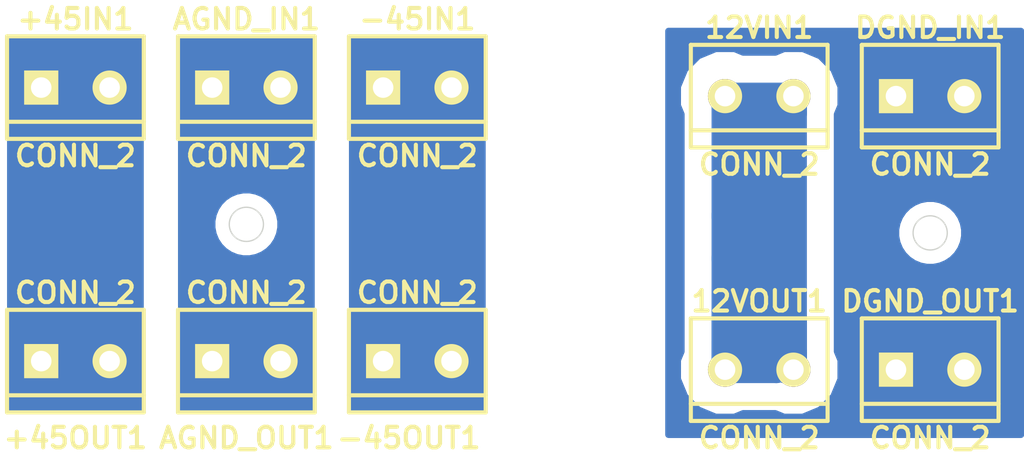
<source format=kicad_pcb>
(kicad_pcb (version 3) (host pcbnew "(22-Jun-2014 BZR 4027)-stable")

  (general
    (links 15)
    (no_connects 0)
    (area 14.780934 12.9606 96.1324 49.9044)
    (thickness 1.6)
    (drawings 2)
    (tracks 49)
    (zones 0)
    (modules 10)
    (nets 6)
  )

  (page A4)
  (layers
    (15 F.Cu signal)
    (0 B.Cu signal)
    (17 F.Adhes user)
    (19 F.Paste user)
    (21 F.SilkS user)
    (23 F.Mask user)
    (28 Edge.Cuts user)
  )

  (setup
    (last_trace_width 1)
    (trace_clearance 1)
    (zone_clearance 0.3)
    (zone_45_only no)
    (trace_min 0.254)
    (segment_width 0.2)
    (edge_width 0.1)
    (via_size 0.889)
    (via_drill 0.635)
    (via_min_size 0.889)
    (via_min_drill 0.508)
    (uvia_size 0.508)
    (uvia_drill 0.127)
    (uvias_allowed no)
    (uvia_min_size 0.508)
    (uvia_min_drill 0.127)
    (pcb_text_width 0.3)
    (pcb_text_size 1.5 1.5)
    (mod_edge_width 0.15)
    (mod_text_size 1 1)
    (mod_text_width 0.15)
    (pad_size 2.54 2.54)
    (pad_drill 1.524)
    (pad_to_mask_clearance 0)
    (aux_axis_origin 0 0)
    (visible_elements FFFFFFBF)
    (pcbplotparams
      (layerselection 10485761)
      (usegerberextensions false)
      (excludeedgelayer true)
      (linewidth 0.150000)
      (plotframeref false)
      (viasonmask false)
      (mode 1)
      (useauxorigin false)
      (hpglpennumber 1)
      (hpglpenspeed 20)
      (hpglpendiameter 15)
      (hpglpenoverlay 2)
      (psnegative false)
      (psa4output false)
      (plotreference true)
      (plotvalue true)
      (plotothertext true)
      (plotinvisibletext false)
      (padsonsilk false)
      (subtractmaskfromsilk false)
      (outputformat 5)
      (mirror false)
      (drillshape 1)
      (scaleselection 1)
      (outputdirectory output/))
  )

  (net 0 "")
  (net 1 /+45V)
  (net 2 /-45V)
  (net 3 /12V)
  (net 4 /AGND)
  (net 5 DGND)

  (net_class Default "This is the default net class."
    (clearance 1)
    (trace_width 1)
    (via_dia 0.889)
    (via_drill 0.635)
    (uvia_dia 0.508)
    (uvia_drill 0.127)
    (add_net "")
    (add_net /AGND)
    (add_net DGND)
  )

  (net_class amp ""
    (clearance 2)
    (trace_width 2)
    (via_dia 0.889)
    (via_drill 0.635)
    (uvia_dia 0.508)
    (uvia_drill 0.127)
    (add_net /+45V)
    (add_net /-45V)
    (add_net /12V)
  )

  (module bornier2 (layer F.Cu) (tedit 56177AFC) (tstamp 53F4A10D)
    (at 73.66 21.59)
    (descr "Bornier d'alimentation 2 pins")
    (tags DEV)
    (path /537D0C6D)
    (fp_text reference 12VIN1 (at 0 -5.08) (layer F.SilkS)
      (effects (font (size 1.524 1.524) (thickness 0.3048)))
    )
    (fp_text value CONN_2 (at 0 5.08) (layer F.SilkS)
      (effects (font (size 1.524 1.524) (thickness 0.3048)))
    )
    (fp_line (start 5.08 2.54) (end -5.08 2.54) (layer F.SilkS) (width 0.3048))
    (fp_line (start 5.08 3.81) (end 5.08 -3.81) (layer F.SilkS) (width 0.3048))
    (fp_line (start 5.08 -3.81) (end -5.08 -3.81) (layer F.SilkS) (width 0.3048))
    (fp_line (start -5.08 -3.81) (end -5.08 3.81) (layer F.SilkS) (width 0.3048))
    (fp_line (start -5.08 3.81) (end 5.08 3.81) (layer F.SilkS) (width 0.3048))
    (pad 1 thru_hole circle (at -2.54 0) (size 2.54 2.54) (drill 1.524)
      (layers *.Cu *.Mask F.SilkS)
      (net 3 /12V)
    )
    (pad 2 thru_hole circle (at 2.54 0) (size 2.54 2.54) (drill 1.524)
      (layers *.Cu *.Mask F.SilkS)
      (net 3 /12V)
    )
    (model device/bornier_2.wrl
      (at (xyz 0 0 0))
      (scale (xyz 1 1 1))
      (rotate (xyz 0 0 0))
    )
  )

  (module bornier2 (layer F.Cu) (tedit 3EC0ED69) (tstamp 53F4A118)
    (at 22.86 20.955)
    (descr "Bornier d'alimentation 2 pins")
    (tags DEV)
    (path /53F49E5E)
    (fp_text reference +45IN1 (at 0 -5.08) (layer F.SilkS)
      (effects (font (size 1.524 1.524) (thickness 0.3048)))
    )
    (fp_text value CONN_2 (at 0 5.08) (layer F.SilkS)
      (effects (font (size 1.524 1.524) (thickness 0.3048)))
    )
    (fp_line (start 5.08 2.54) (end -5.08 2.54) (layer F.SilkS) (width 0.3048))
    (fp_line (start 5.08 3.81) (end 5.08 -3.81) (layer F.SilkS) (width 0.3048))
    (fp_line (start 5.08 -3.81) (end -5.08 -3.81) (layer F.SilkS) (width 0.3048))
    (fp_line (start -5.08 -3.81) (end -5.08 3.81) (layer F.SilkS) (width 0.3048))
    (fp_line (start -5.08 3.81) (end 5.08 3.81) (layer F.SilkS) (width 0.3048))
    (pad 1 thru_hole rect (at -2.54 0) (size 2.54 2.54) (drill 1.524)
      (layers *.Cu *.Mask F.SilkS)
      (net 1 /+45V)
    )
    (pad 2 thru_hole circle (at 2.54 0) (size 2.54 2.54) (drill 1.524)
      (layers *.Cu *.Mask F.SilkS)
      (net 1 /+45V)
    )
    (model device/bornier_2.wrl
      (at (xyz 0 0 0))
      (scale (xyz 1 1 1))
      (rotate (xyz 0 0 0))
    )
  )

  (module bornier2 (layer F.Cu) (tedit 3EC0ED69) (tstamp 53F4A123)
    (at 48.26 20.955)
    (descr "Bornier d'alimentation 2 pins")
    (tags DEV)
    (path /53F49E64)
    (fp_text reference -45IN1 (at 0 -5.08) (layer F.SilkS)
      (effects (font (size 1.524 1.524) (thickness 0.3048)))
    )
    (fp_text value CONN_2 (at 0 5.08) (layer F.SilkS)
      (effects (font (size 1.524 1.524) (thickness 0.3048)))
    )
    (fp_line (start 5.08 2.54) (end -5.08 2.54) (layer F.SilkS) (width 0.3048))
    (fp_line (start 5.08 3.81) (end 5.08 -3.81) (layer F.SilkS) (width 0.3048))
    (fp_line (start 5.08 -3.81) (end -5.08 -3.81) (layer F.SilkS) (width 0.3048))
    (fp_line (start -5.08 -3.81) (end -5.08 3.81) (layer F.SilkS) (width 0.3048))
    (fp_line (start -5.08 3.81) (end 5.08 3.81) (layer F.SilkS) (width 0.3048))
    (pad 1 thru_hole rect (at -2.54 0) (size 2.54 2.54) (drill 1.524)
      (layers *.Cu *.Mask F.SilkS)
      (net 2 /-45V)
    )
    (pad 2 thru_hole circle (at 2.54 0) (size 2.54 2.54) (drill 1.524)
      (layers *.Cu *.Mask F.SilkS)
      (net 2 /-45V)
    )
    (model device/bornier_2.wrl
      (at (xyz 0 0 0))
      (scale (xyz 1 1 1))
      (rotate (xyz 0 0 0))
    )
  )

  (module bornier2 (layer F.Cu) (tedit 3EC0ED69) (tstamp 53F4A12E)
    (at 35.56 20.955)
    (descr "Bornier d'alimentation 2 pins")
    (tags DEV)
    (path /53F49E6A)
    (fp_text reference AGND_IN1 (at 0 -5.08) (layer F.SilkS)
      (effects (font (size 1.524 1.524) (thickness 0.3048)))
    )
    (fp_text value CONN_2 (at 0 5.08) (layer F.SilkS)
      (effects (font (size 1.524 1.524) (thickness 0.3048)))
    )
    (fp_line (start 5.08 2.54) (end -5.08 2.54) (layer F.SilkS) (width 0.3048))
    (fp_line (start 5.08 3.81) (end 5.08 -3.81) (layer F.SilkS) (width 0.3048))
    (fp_line (start 5.08 -3.81) (end -5.08 -3.81) (layer F.SilkS) (width 0.3048))
    (fp_line (start -5.08 -3.81) (end -5.08 3.81) (layer F.SilkS) (width 0.3048))
    (fp_line (start -5.08 3.81) (end 5.08 3.81) (layer F.SilkS) (width 0.3048))
    (pad 1 thru_hole rect (at -2.54 0) (size 2.54 2.54) (drill 1.524)
      (layers *.Cu *.Mask F.SilkS)
      (net 4 /AGND)
    )
    (pad 2 thru_hole circle (at 2.54 0) (size 2.54 2.54) (drill 1.524)
      (layers *.Cu *.Mask F.SilkS)
      (net 4 /AGND)
    )
    (model device/bornier_2.wrl
      (at (xyz 0 0 0))
      (scale (xyz 1 1 1))
      (rotate (xyz 0 0 0))
    )
  )

  (module bornier2 (layer F.Cu) (tedit 56177B6B) (tstamp 53F4A139)
    (at 22.86 41.275)
    (descr "Bornier d'alimentation 2 pins")
    (tags DEV)
    (path /53F49F02)
    (fp_text reference +45OUT1 (at 0 5.715) (layer F.SilkS)
      (effects (font (size 1.524 1.524) (thickness 0.3048)))
    )
    (fp_text value CONN_2 (at 0 -5.08) (layer F.SilkS)
      (effects (font (size 1.524 1.524) (thickness 0.3048)))
    )
    (fp_line (start 5.08 2.54) (end -5.08 2.54) (layer F.SilkS) (width 0.3048))
    (fp_line (start 5.08 3.81) (end 5.08 -3.81) (layer F.SilkS) (width 0.3048))
    (fp_line (start 5.08 -3.81) (end -5.08 -3.81) (layer F.SilkS) (width 0.3048))
    (fp_line (start -5.08 -3.81) (end -5.08 3.81) (layer F.SilkS) (width 0.3048))
    (fp_line (start -5.08 3.81) (end 5.08 3.81) (layer F.SilkS) (width 0.3048))
    (pad 1 thru_hole rect (at -2.54 0) (size 2.54 2.54) (drill 1.524)
      (layers *.Cu *.Mask F.SilkS)
      (net 1 /+45V)
    )
    (pad 2 thru_hole circle (at 2.54 0) (size 2.54 2.54) (drill 1.524)
      (layers *.Cu *.Mask F.SilkS)
      (net 1 /+45V)
    )
    (model device/bornier_2.wrl
      (at (xyz 0 0 0))
      (scale (xyz 1 1 1))
      (rotate (xyz 0 0 0))
    )
  )

  (module bornier2 (layer F.Cu) (tedit 56177B6E) (tstamp 53F4A144)
    (at 48.26 41.275)
    (descr "Bornier d'alimentation 2 pins")
    (tags DEV)
    (path /53F49F08)
    (fp_text reference -45OUT1 (at -0.635 5.715) (layer F.SilkS)
      (effects (font (size 1.524 1.524) (thickness 0.3048)))
    )
    (fp_text value CONN_2 (at 0 -5.08) (layer F.SilkS)
      (effects (font (size 1.524 1.524) (thickness 0.3048)))
    )
    (fp_line (start 5.08 2.54) (end -5.08 2.54) (layer F.SilkS) (width 0.3048))
    (fp_line (start 5.08 3.81) (end 5.08 -3.81) (layer F.SilkS) (width 0.3048))
    (fp_line (start 5.08 -3.81) (end -5.08 -3.81) (layer F.SilkS) (width 0.3048))
    (fp_line (start -5.08 -3.81) (end -5.08 3.81) (layer F.SilkS) (width 0.3048))
    (fp_line (start -5.08 3.81) (end 5.08 3.81) (layer F.SilkS) (width 0.3048))
    (pad 1 thru_hole rect (at -2.54 0) (size 2.54 2.54) (drill 1.524)
      (layers *.Cu *.Mask F.SilkS)
      (net 2 /-45V)
    )
    (pad 2 thru_hole circle (at 2.54 0) (size 2.54 2.54) (drill 1.524)
      (layers *.Cu *.Mask F.SilkS)
      (net 2 /-45V)
    )
    (model device/bornier_2.wrl
      (at (xyz 0 0 0))
      (scale (xyz 1 1 1))
      (rotate (xyz 0 0 0))
    )
  )

  (module bornier2 (layer F.Cu) (tedit 3EC0ED69) (tstamp 53F4A15A)
    (at 86.36 21.59)
    (descr "Bornier d'alimentation 2 pins")
    (tags DEV)
    (path /53F4A1F8)
    (fp_text reference DGND_IN1 (at 0 -5.08) (layer F.SilkS)
      (effects (font (size 1.524 1.524) (thickness 0.3048)))
    )
    (fp_text value CONN_2 (at 0 5.08) (layer F.SilkS)
      (effects (font (size 1.524 1.524) (thickness 0.3048)))
    )
    (fp_line (start 5.08 2.54) (end -5.08 2.54) (layer F.SilkS) (width 0.3048))
    (fp_line (start 5.08 3.81) (end 5.08 -3.81) (layer F.SilkS) (width 0.3048))
    (fp_line (start 5.08 -3.81) (end -5.08 -3.81) (layer F.SilkS) (width 0.3048))
    (fp_line (start -5.08 -3.81) (end -5.08 3.81) (layer F.SilkS) (width 0.3048))
    (fp_line (start -5.08 3.81) (end 5.08 3.81) (layer F.SilkS) (width 0.3048))
    (pad 1 thru_hole rect (at -2.54 0) (size 2.54 2.54) (drill 1.524)
      (layers *.Cu *.Mask F.SilkS)
      (net 5 DGND)
    )
    (pad 2 thru_hole circle (at 2.54 0) (size 2.54 2.54) (drill 1.524)
      (layers *.Cu *.Mask F.SilkS)
      (net 5 DGND)
    )
    (model device/bornier_2.wrl
      (at (xyz 0 0 0))
      (scale (xyz 1 1 1))
      (rotate (xyz 0 0 0))
    )
  )

  (module bornier2 (layer F.Cu) (tedit 56177B01) (tstamp 53F4A165)
    (at 73.66 41.91)
    (descr "Bornier d'alimentation 2 pins")
    (tags DEV)
    (path /53F4A26E)
    (fp_text reference 12VOUT1 (at 0 -5.08) (layer F.SilkS)
      (effects (font (size 1.524 1.524) (thickness 0.3048)))
    )
    (fp_text value CONN_2 (at 0 5.08) (layer F.SilkS)
      (effects (font (size 1.524 1.524) (thickness 0.3048)))
    )
    (fp_line (start 5.08 2.54) (end -5.08 2.54) (layer F.SilkS) (width 0.3048))
    (fp_line (start 5.08 3.81) (end 5.08 -3.81) (layer F.SilkS) (width 0.3048))
    (fp_line (start 5.08 -3.81) (end -5.08 -3.81) (layer F.SilkS) (width 0.3048))
    (fp_line (start -5.08 -3.81) (end -5.08 3.81) (layer F.SilkS) (width 0.3048))
    (fp_line (start -5.08 3.81) (end 5.08 3.81) (layer F.SilkS) (width 0.3048))
    (pad 1 thru_hole circle (at -2.54 0) (size 2.54 2.54) (drill 1.524)
      (layers *.Cu *.Mask F.SilkS)
      (net 3 /12V)
    )
    (pad 2 thru_hole circle (at 2.54 0) (size 2.54 2.54) (drill 1.524)
      (layers *.Cu *.Mask F.SilkS)
      (net 3 /12V)
    )
    (model device/bornier_2.wrl
      (at (xyz 0 0 0))
      (scale (xyz 1 1 1))
      (rotate (xyz 0 0 0))
    )
  )

  (module bornier2 (layer F.Cu) (tedit 3EC0ED69) (tstamp 53F4A170)
    (at 86.36 41.91)
    (descr "Bornier d'alimentation 2 pins")
    (tags DEV)
    (path /53F4A274)
    (fp_text reference DGND_OUT1 (at 0 -5.08) (layer F.SilkS)
      (effects (font (size 1.524 1.524) (thickness 0.3048)))
    )
    (fp_text value CONN_2 (at 0 5.08) (layer F.SilkS)
      (effects (font (size 1.524 1.524) (thickness 0.3048)))
    )
    (fp_line (start 5.08 2.54) (end -5.08 2.54) (layer F.SilkS) (width 0.3048))
    (fp_line (start 5.08 3.81) (end 5.08 -3.81) (layer F.SilkS) (width 0.3048))
    (fp_line (start 5.08 -3.81) (end -5.08 -3.81) (layer F.SilkS) (width 0.3048))
    (fp_line (start -5.08 -3.81) (end -5.08 3.81) (layer F.SilkS) (width 0.3048))
    (fp_line (start -5.08 3.81) (end 5.08 3.81) (layer F.SilkS) (width 0.3048))
    (pad 1 thru_hole rect (at -2.54 0) (size 2.54 2.54) (drill 1.524)
      (layers *.Cu *.Mask F.SilkS)
      (net 5 DGND)
    )
    (pad 2 thru_hole circle (at 2.54 0) (size 2.54 2.54) (drill 1.524)
      (layers *.Cu *.Mask F.SilkS)
      (net 5 DGND)
    )
    (model device/bornier_2.wrl
      (at (xyz 0 0 0))
      (scale (xyz 1 1 1))
      (rotate (xyz 0 0 0))
    )
  )

  (module bornier2 (layer F.Cu) (tedit 56177B6D) (tstamp 53F4A3BA)
    (at 35.56 41.275)
    (descr "Bornier d'alimentation 2 pins")
    (tags DEV)
    (path /53F49F0E)
    (fp_text reference AGND_OUT1 (at 0 5.715) (layer F.SilkS)
      (effects (font (size 1.524 1.524) (thickness 0.3048)))
    )
    (fp_text value CONN_2 (at 0 -5.08) (layer F.SilkS)
      (effects (font (size 1.524 1.524) (thickness 0.3048)))
    )
    (fp_line (start 5.08 2.54) (end -5.08 2.54) (layer F.SilkS) (width 0.3048))
    (fp_line (start 5.08 3.81) (end 5.08 -3.81) (layer F.SilkS) (width 0.3048))
    (fp_line (start 5.08 -3.81) (end -5.08 -3.81) (layer F.SilkS) (width 0.3048))
    (fp_line (start -5.08 -3.81) (end -5.08 3.81) (layer F.SilkS) (width 0.3048))
    (fp_line (start -5.08 3.81) (end 5.08 3.81) (layer F.SilkS) (width 0.3048))
    (pad 1 thru_hole rect (at -2.54 0) (size 2.54 2.54) (drill 1.524)
      (layers *.Cu *.Mask F.SilkS)
      (net 4 /AGND)
    )
    (pad 2 thru_hole circle (at 2.54 0) (size 2.54 2.54) (drill 1.524)
      (layers *.Cu *.Mask F.SilkS)
      (net 4 /AGND)
    )
    (model device/bornier_2.wrl
      (at (xyz 0 0 0))
      (scale (xyz 1 1 1))
      (rotate (xyz 0 0 0))
    )
  )

  (gr_circle (center 86.36 31.75) (end 87.63 31.75) (layer Edge.Cuts) (width 0.1))
  (gr_circle (center 35.56 31.115) (end 36.83 31.115) (layer Edge.Cuts) (width 0.1))

  (segment (start 76.2 41.91) (end 76.2 25.4) (width 2) (layer B.Cu) (net 3))
  (segment (start 76.2 41.91) (end 76.2 38.1) (width 2) (layer B.Cu) (net 3))
  (segment (start 74.93 36.83) (end 73.9775 36.83) (width 2) (layer B.Cu) (net 3) (tstamp 56177ADA))
  (segment (start 76.2 38.1) (end 74.93 36.83) (width 2) (layer B.Cu) (net 3) (tstamp 56177AD9))
  (segment (start 76.2 41.91) (end 75.565 41.91) (width 2) (layer B.Cu) (net 3))
  (segment (start 74.93 41.275) (end 74.93 41.91) (width 2) (layer B.Cu) (net 3) (tstamp 56177AD6))
  (segment (start 75.565 41.91) (end 74.93 41.275) (width 2) (layer B.Cu) (net 3) (tstamp 56177AD4))
  (segment (start 76.2 21.59) (end 76.2 22.86) (width 2) (layer B.Cu) (net 3))
  (segment (start 76.2 22.86) (end 73.9775 25.0825) (width 2) (layer B.Cu) (net 3) (tstamp 56177ACF))
  (segment (start 76.2 21.59) (end 75.565 21.59) (width 2) (layer B.Cu) (net 3))
  (segment (start 75.565 21.59) (end 74.295 22.86) (width 2) (layer B.Cu) (net 3) (tstamp 56177ACC))
  (segment (start 71.12 21.59) (end 76.2 21.59) (width 2) (layer B.Cu) (net 3))
  (segment (start 73.025 29.21) (end 73.025 25.4) (width 2) (layer B.Cu) (net 3))
  (segment (start 73.025 25.4) (end 72.39 24.765) (width 2) (layer B.Cu) (net 3) (tstamp 56177AC7))
  (segment (start 76.2 41.91) (end 76.2 40.64) (width 2) (layer B.Cu) (net 3))
  (segment (start 76.2 40.64) (end 73.9775 38.4175) (width 2) (layer B.Cu) (net 3) (tstamp 56177AC2))
  (segment (start 73.9775 38.4175) (end 73.9775 36.83) (width 2) (layer B.Cu) (net 3) (tstamp 56177AC3))
  (segment (start 73.9775 36.83) (end 73.9775 25.0825) (width 2) (layer B.Cu) (net 3) (tstamp 56177ADD))
  (segment (start 73.9775 25.0825) (end 73.9775 24.4475) (width 2) (layer B.Cu) (net 3) (tstamp 56177AD2))
  (segment (start 73.9775 24.4475) (end 71.12 21.59) (width 2) (layer B.Cu) (net 3) (tstamp 56177AC4))
  (segment (start 71.12 41.91) (end 74.93 41.91) (width 2) (layer B.Cu) (net 3))
  (segment (start 73.9775 38.4175) (end 74.295 38.1) (width 2) (layer B.Cu) (net 3) (tstamp 56177ABC))
  (segment (start 74.295 38.1) (end 74.295 36.83) (width 2) (layer B.Cu) (net 3) (tstamp 56177ABD))
  (segment (start 71.12 41.91) (end 71.755 41.91) (width 2) (layer B.Cu) (net 3))
  (segment (start 71.755 41.91) (end 74.295 39.37) (width 2) (layer B.Cu) (net 3) (tstamp 56177AB8))
  (segment (start 71.12 41.91) (end 71.12 40.005) (width 2) (layer B.Cu) (net 3))
  (segment (start 71.12 40.005) (end 74.295 36.83) (width 2) (layer B.Cu) (net 3) (tstamp 56177AB5))
  (segment (start 74.295 36.83) (end 74.295 36.83) (width 2) (layer B.Cu) (net 3) (tstamp 56177ABE))
  (segment (start 71.12 41.91) (end 71.12 38.1) (width 2) (layer B.Cu) (net 3))
  (segment (start 71.12 38.1) (end 72.39 36.83) (width 2) (layer B.Cu) (net 3) (tstamp 56177AB2))
  (segment (start 74.295 36.83) (end 74.295 27.305) (width 2) (layer B.Cu) (net 3))
  (segment (start 73.3425 35.8775) (end 73.3425 29.5275) (width 2) (layer B.Cu) (net 3))
  (segment (start 73.3425 29.5275) (end 73.025 29.21) (width 2) (layer B.Cu) (net 3) (tstamp 56177AA9))
  (segment (start 72.0725 35.2425) (end 72.0725 29.5275) (width 2) (layer B.Cu) (net 3))
  (segment (start 72.0725 29.5275) (end 72.39 29.21) (width 2) (layer B.Cu) (net 3) (tstamp 56177AA2))
  (segment (start 72.39 29.21) (end 73.025 29.21) (width 2) (layer B.Cu) (net 3) (tstamp 56177AA3))
  (segment (start 73.025 29.21) (end 73.025 28.575) (width 2) (layer B.Cu) (net 3) (tstamp 56177AA4))
  (segment (start 72.0725 34.6075) (end 72.0725 35.2425) (width 2) (layer B.Cu) (net 3))
  (segment (start 72.0725 29.5275) (end 71.12 30.48) (width 2) (layer B.Cu) (net 3) (tstamp 56177A9D))
  (segment (start 76.2 21.59) (end 76.2 25.4) (width 2) (layer B.Cu) (net 3))
  (segment (start 76.2 25.4) (end 74.295 27.305) (width 2) (layer B.Cu) (net 3) (tstamp 56177A92))
  (segment (start 74.295 27.305) (end 73.025 28.575) (width 2) (layer B.Cu) (net 3) (tstamp 56177AB0))
  (segment (start 73.025 28.575) (end 71.12 30.48) (width 2) (layer B.Cu) (net 3) (tstamp 56177AA5))
  (segment (start 71.12 33.655) (end 71.12 30.48) (width 2) (layer B.Cu) (net 3))
  (segment (start 71.12 30.48) (end 71.12 21.59) (width 2) (layer B.Cu) (net 3) (tstamp 56177A98))
  (segment (start 74.295 36.83) (end 73.3425 35.8775) (width 2) (layer B.Cu) (net 3) (tstamp 56177AAC))
  (segment (start 73.3425 35.8775) (end 72.0725 34.6075) (width 2) (layer B.Cu) (net 3) (tstamp 56177AA7))
  (segment (start 72.0725 34.6075) (end 71.12 33.655) (width 2) (layer B.Cu) (net 3) (tstamp 56177A9B))
  (segment (start 71.12 41.91) (end 71.12 33.655) (width 2) (layer B.Cu) (net 3))

  (zone (net 1) (net_name /+45V) (layer B.Cu) (tstamp 53F4A2E4) (hatch edge 0.508)
    (connect_pads yes (clearance 1))
    (min_thickness 0.5)
    (fill (arc_segments 16) (thermal_gap 0.508) (thermal_bridge_width 0.508))
    (polygon
      (pts
        (xy 17.78 17.145) (xy 27.94 17.145) (xy 27.94 45.085) (xy 17.78 45.085) (xy 17.78 17.78)
      )
    )
    (filled_polygon
      (pts
        (xy 27.69 44.835) (xy 18.03 44.835) (xy 18.03 17.78) (xy 18.03 17.395) (xy 27.69 17.395)
        (xy 27.69 44.835)
      )
    )
  )
  (zone (net 2) (net_name /-45V) (layer B.Cu) (tstamp 53F4A2E4) (hatch edge 0.508)
    (connect_pads yes (clearance 1))
    (min_thickness 0.5)
    (fill (arc_segments 16) (thermal_gap 0.508) (thermal_bridge_width 0.508))
    (polygon
      (pts
        (xy 43.18 17.145) (xy 53.34 17.145) (xy 53.34 45.085) (xy 43.18 45.085) (xy 43.18 17.78)
      )
    )
    (filled_polygon
      (pts
        (xy 53.09 44.835) (xy 43.43 44.835) (xy 43.43 17.78) (xy 43.43 17.395) (xy 53.09 17.395)
        (xy 53.09 44.835)
      )
    )
  )
  (zone (net 4) (net_name /AGND) (layer B.Cu) (tstamp 53F4A2E4) (hatch edge 0.508)
    (connect_pads yes (clearance 1))
    (min_thickness 0.5)
    (fill (arc_segments 16) (thermal_gap 0.508) (thermal_bridge_width 0.508))
    (polygon
      (pts
        (xy 30.48 17.145) (xy 40.64 17.145) (xy 40.64 45.085) (xy 30.48 45.085) (xy 30.48 17.78)
      )
    )
    (filled_polygon
      (pts
        (xy 40.39 44.835) (xy 38.104817 44.835) (xy 38.104817 31.367421) (xy 38.104596 31.115) (xy 38.104817 30.862579)
        (xy 38.104374 30.860342) (xy 38.104374 30.860187) (xy 38.104315 30.860046) (xy 38.008569 30.376487) (xy 37.814867 29.907695)
        (xy 37.813305 29.90613) (xy 37.539566 29.495676) (xy 37.539414 29.495524) (xy 37.538545 29.49343) (xy 37.18784 29.143337)
        (xy 37.18121 29.136695) (xy 37.18117 29.136678) (xy 37.179563 29.135074) (xy 36.768835 28.861153) (xy 36.767389 28.859709)
        (xy 36.298596 28.666007) (xy 35.812505 28.569758) (xy 35.316729 28.57019) (xy 35.307579 28.570183) (xy 35.307497 28.570199)
        (xy 35.30527 28.570201) (xy 35.303248 28.57104) (xy 34.821487 28.666431) (xy 34.352695 28.860133) (xy 34.35113 28.861694)
        (xy 33.940676 29.135434) (xy 33.940524 29.135585) (xy 33.93843 29.136455) (xy 33.588337 29.487159) (xy 33.581695 29.49379)
        (xy 33.581678 29.493829) (xy 33.580074 29.495437) (xy 33.306153 29.906164) (xy 33.304709 29.907611) (xy 33.111007 30.376404)
        (xy 33.014758 30.862495) (xy 33.014978 31.115) (xy 33.014758 31.367505) (xy 33.111007 31.853596) (xy 33.304709 32.322389)
        (xy 33.306153 32.323835) (xy 33.580074 32.734563) (xy 33.581678 32.73617) (xy 33.581695 32.73621) (xy 33.588337 32.74284)
        (xy 33.93843 33.093545) (xy 33.940524 33.094414) (xy 33.940676 33.094566) (xy 34.35113 33.368305) (xy 34.352695 33.369867)
        (xy 34.821487 33.563569) (xy 35.303248 33.658959) (xy 35.30527 33.659799) (xy 35.307497 33.6598) (xy 35.307579 33.659817)
        (xy 35.316729 33.659809) (xy 35.812505 33.660242) (xy 36.298596 33.563993) (xy 36.767389 33.370291) (xy 36.768835 33.368846)
        (xy 37.179563 33.094926) (xy 37.18117 33.093321) (xy 37.18121 33.093305) (xy 37.18784 33.086662) (xy 37.538545 32.73657)
        (xy 37.539414 32.734475) (xy 37.539566 32.734324) (xy 37.813305 32.323869) (xy 37.814867 32.322305) (xy 38.008569 31.853513)
        (xy 38.104315 31.369953) (xy 38.104374 31.369813) (xy 38.104374 31.369657) (xy 38.104817 31.367421) (xy 38.104817 44.835)
        (xy 30.73 44.835) (xy 30.73 17.78) (xy 30.73 17.395) (xy 40.39 17.395) (xy 40.39 44.835)
      )
    )
  )
  (zone (net 5) (net_name DGND) (layer B.Cu) (tstamp 53F4A414) (hatch edge 0.508)
    (connect_pads yes (clearance 1))
    (min_thickness 0.5)
    (fill (arc_segments 16) (thermal_gap 0.508) (thermal_bridge_width 0.508))
    (polygon
      (pts
        (xy 93.345 46.99) (xy 66.675 46.99) (xy 66.675 16.51) (xy 93.345 16.51)
      )
    )
    (filled_polygon
      (pts
        (xy 93.095 46.74) (xy 88.904817 46.74) (xy 88.904817 32.002421) (xy 88.904596 31.75) (xy 88.904817 31.497579)
        (xy 88.904374 31.495342) (xy 88.904374 31.495187) (xy 88.904315 31.495046) (xy 88.808569 31.011487) (xy 88.614867 30.542695)
        (xy 88.613305 30.54113) (xy 88.339566 30.130676) (xy 88.339414 30.130524) (xy 88.338545 30.12843) (xy 87.98784 29.778337)
        (xy 87.98121 29.771695) (xy 87.98117 29.771678) (xy 87.979563 29.770074) (xy 87.568835 29.496153) (xy 87.567389 29.494709)
        (xy 87.098596 29.301007) (xy 86.612505 29.204758) (xy 86.116729 29.20519) (xy 86.107579 29.205183) (xy 86.107497 29.205199)
        (xy 86.10527 29.205201) (xy 86.103248 29.20604) (xy 85.621487 29.301431) (xy 85.152695 29.495133) (xy 85.15113 29.496694)
        (xy 84.740676 29.770434) (xy 84.740524 29.770585) (xy 84.73843 29.771455) (xy 84.388337 30.122159) (xy 84.381695 30.12879)
        (xy 84.381678 30.128829) (xy 84.380074 30.130437) (xy 84.106153 30.541164) (xy 84.104709 30.542611) (xy 83.911007 31.011404)
        (xy 83.814758 31.497495) (xy 83.814978 31.75) (xy 83.814758 32.002505) (xy 83.911007 32.488596) (xy 84.104709 32.957389)
        (xy 84.106153 32.958835) (xy 84.380074 33.369563) (xy 84.381678 33.37117) (xy 84.381695 33.37121) (xy 84.388337 33.37784)
        (xy 84.73843 33.728545) (xy 84.740524 33.729414) (xy 84.740676 33.729566) (xy 85.15113 34.003305) (xy 85.152695 34.004867)
        (xy 85.621487 34.198569) (xy 86.103248 34.293959) (xy 86.10527 34.294799) (xy 86.107497 34.2948) (xy 86.107579 34.294817)
        (xy 86.116729 34.294809) (xy 86.612505 34.295242) (xy 87.098596 34.198993) (xy 87.567389 34.005291) (xy 87.568835 34.003846)
        (xy 87.979563 33.729926) (xy 87.98117 33.728321) (xy 87.98121 33.728305) (xy 87.98784 33.721662) (xy 88.338545 33.37157)
        (xy 88.339414 33.369475) (xy 88.339566 33.369324) (xy 88.613305 32.958869) (xy 88.614867 32.957305) (xy 88.808569 32.488513)
        (xy 88.904315 32.004953) (xy 88.904374 32.004813) (xy 88.904374 32.004657) (xy 88.904817 32.002421) (xy 88.904817 46.74)
        (xy 79.720609 46.74) (xy 79.720609 41.212901) (xy 79.45 40.557977) (xy 79.45 38.1) (xy 79.45 25.4)
        (xy 79.45 22.941998) (xy 79.719387 22.293243) (xy 79.720609 20.892901) (xy 79.18585 19.598686) (xy 78.196523 18.60763)
        (xy 76.903243 18.070613) (xy 75.502901 18.069391) (xy 74.847977 18.34) (xy 72.471998 18.34) (xy 71.823243 18.070613)
        (xy 70.422901 18.069391) (xy 69.128686 18.60415) (xy 68.13763 19.593477) (xy 67.600613 20.886757) (xy 67.599391 22.287099)
        (xy 67.87 22.942022) (xy 67.87 30.48) (xy 67.87 33.655) (xy 67.87 38.1) (xy 67.87 40.005)
        (xy 67.87 40.558001) (xy 67.600613 41.206757) (xy 67.599391 42.607099) (xy 68.13415 43.901314) (xy 69.123477 44.89237)
        (xy 70.416757 45.429387) (xy 71.817099 45.430609) (xy 72.472022 45.16) (xy 74.848001 45.16) (xy 75.496757 45.429387)
        (xy 76.897099 45.430609) (xy 78.191314 44.89585) (xy 79.18237 43.906523) (xy 79.719387 42.613243) (xy 79.720609 41.212901)
        (xy 79.720609 46.74) (xy 66.925 46.74) (xy 66.925 16.76) (xy 93.095 16.76) (xy 93.095 46.74)
      )
    )
  )
)

</source>
